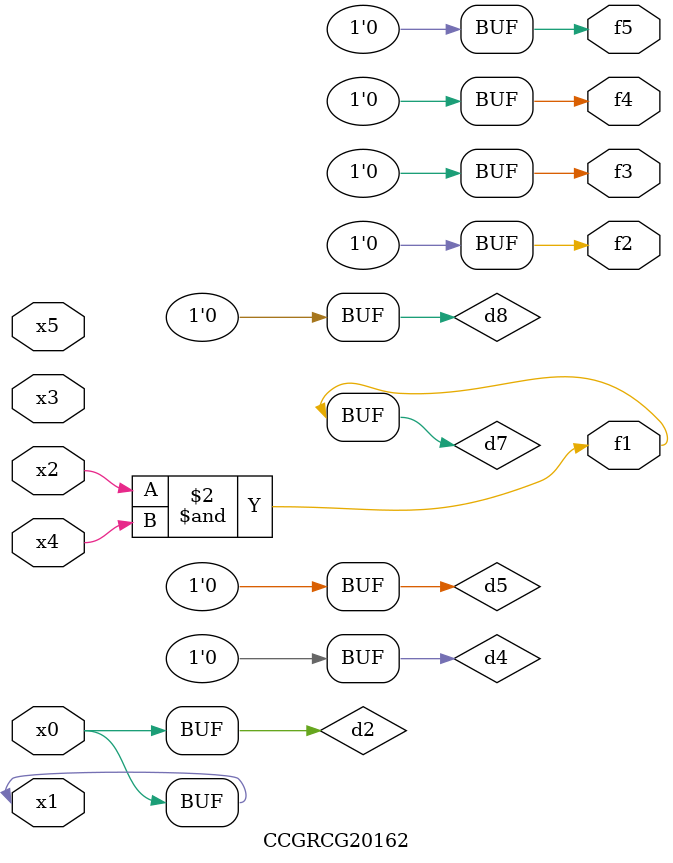
<source format=v>
module CCGRCG20162(
	input x0, x1, x2, x3, x4, x5,
	output f1, f2, f3, f4, f5
);

	wire d1, d2, d3, d4, d5, d6, d7, d8, d9;

	nand (d1, x1);
	buf (d2, x0, x1);
	nand (d3, x2, x4);
	and (d4, d1, d2);
	and (d5, d1, d2);
	nand (d6, d1, d3);
	not (d7, d3);
	xor (d8, d5);
	nor (d9, d5, d6);
	assign f1 = d7;
	assign f2 = d8;
	assign f3 = d8;
	assign f4 = d8;
	assign f5 = d8;
endmodule

</source>
